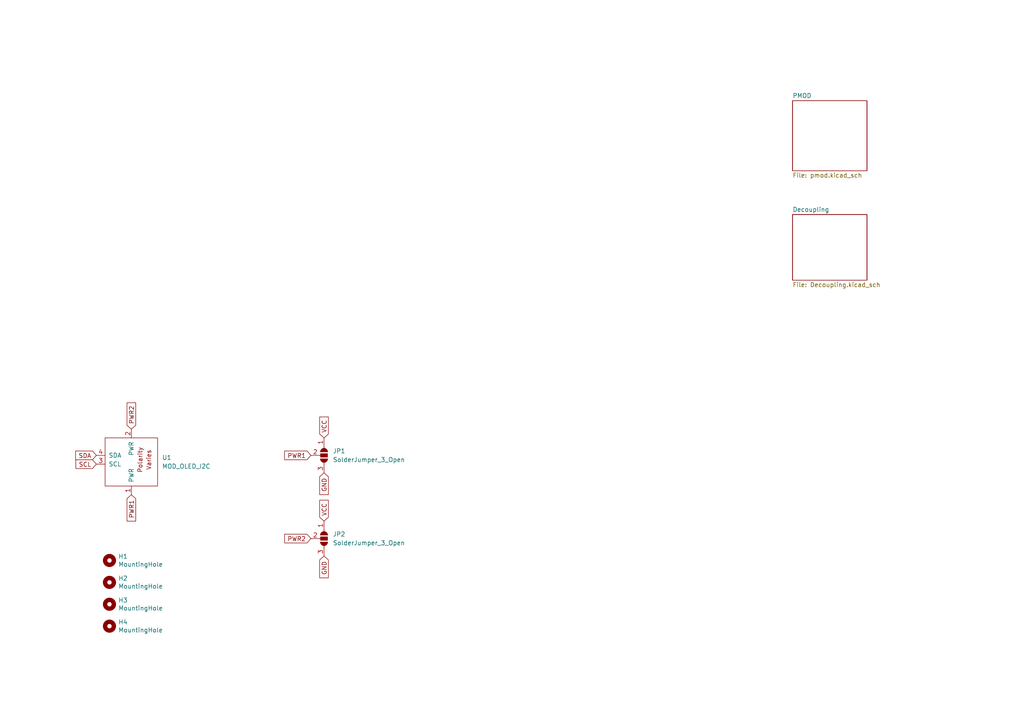
<source format=kicad_sch>
(kicad_sch (version 20230121) (generator eeschema)
  (paper "A4")
  (lib_symbols
    (symbol "AvS_Modules:MOD_OLED_I2C" (pin_names (offset 1.016))
      (property "Reference" "U" (at -6.35 -8.89 0))
      (property "Value" "MOD_OLED_I2C" (at 7.62 -8.89 0))
      (symbol "MOD_OLED_I2C_0_0"
        (text "Polarity" (at 2.54 0 900) (effects (font (size 1.27 1.27))))
        (text "Varies" (at 5.08 0 900) (effects (font (size 1.27 1.27))))
      )
      (symbol "MOD_OLED_I2C_0_1"
        (rectangle (start -7.62 6.35) (end 7.62 -7.62))
      )
      (symbol "MOD_OLED_I2C_1_1"
        (pin power_in line (at 0 -10.16 90) (length 2.54) (name "PWR") (number "1"))
        (pin power_in line (at 0 8.89 270) (length 2.54) (name "PWR") (number "2"))
        (pin bidirectional line (at -10.16 -1.27 0) (length 2.54) (name "SCL") (number "3"))
        (pin bidirectional line (at -10.16 1.27 0) (length 2.54) (name "SDA") (number "4"))
      )
    )
    (symbol "Jumper:SolderJumper_3_Open" (pin_names (offset 0) hide)
      (property "Reference" "JP" (at -2.54 -2.54 0))
      (property "Value" "SolderJumper_3_Open" (at 0 2.794 0))
      (symbol "SolderJumper_3_Open_0_1"
        (arc (start -1.016 1.016) (mid -2.0276 0) (end -1.016 -1.016))
        (arc (start -1.016 1.016) (mid -2.0276 0) (end -1.016 -1.016) (fill (type outline)))
        (rectangle (start -0.508 1.016) (end 0.508 -1.016) (fill (type outline)))
        (polyline (pts (xy -2.54 0) (xy -2.032 0)))
        (polyline (pts (xy -1.016 1.016) (xy -1.016 -1.016)))
        (polyline (pts (xy 0 -1.27) (xy 0 -1.016)))
        (polyline (pts (xy 1.016 1.016) (xy 1.016 -1.016)))
        (polyline (pts (xy 2.54 0) (xy 2.032 0)))
        (arc (start 1.016 -1.016) (mid 2.0276 0) (end 1.016 1.016))
        (arc (start 1.016 -1.016) (mid 2.0276 0) (end 1.016 1.016) (fill (type outline)))
      )
      (symbol "SolderJumper_3_Open_1_1"
        (pin passive line (at -5.08 0 0) (length 2.54) (name "A") (number "1"))
        (pin passive line (at 0 -3.81 90) (length 2.54) (name "C") (number "2"))
        (pin passive line (at 5.08 0 180) (length 2.54) (name "B") (number "3"))
      )
    )
    (symbol "Mechanical:MountingHole" (pin_names (offset 1.016))
      (property "Reference" "H" (at 0 5.08 0))
      (property "Value" "MountingHole" (at 0 3.175 0))
      (symbol "MountingHole_0_1"
        (circle (center 0 0) (radius 1.27) (stroke (width 1.27)))
      )
    )
  )
  (global_label "PWR1" (shape input) (at 90.17 132.08 180) (property "Intersheetrefs" "${INTERSHEET_REFS}" (effects hide)))
  (global_label "GND" (shape input) (at 93.98 161.29 270) (property "Intersheetrefs" "${INTERSHEET_REFS}" (effects hide)) (property "Intersheet-verwijzingen" "${INTERSHEET_REFS}" (effects hide)))
  (global_label "PWR2" (shape input) (at 90.17 156.21 180) (property "Intersheetrefs" "${INTERSHEET_REFS}" (effects hide)))
  (global_label "GND" (shape input) (at 93.98 137.16 270) (property "Intersheetrefs" "${INTERSHEET_REFS}" (effects hide)) (property "Intersheet-verwijzingen" "${INTERSHEET_REFS}" (effects hide)))
  (global_label "VCC" (shape input) (at 93.98 127 90) (property "Intersheetrefs" "${INTERSHEET_REFS}" (effects hide)) (property "Intersheet-verwijzingen" "${INTERSHEET_REFS}" (effects hide)))
  (global_label "VCC" (shape input) (at 93.98 151.13 90) (property "Intersheetrefs" "${INTERSHEET_REFS}" (effects hide)) (property "Intersheet-verwijzingen" "${INTERSHEET_REFS}" (effects hide)))
  (global_label "SDA" (shape input) (at 27.94 132.08 180) (property "Intersheetrefs" "${INTERSHEET_REFS}" (effects hide)) (property "Intersheet-verwijzingen" "${INTERSHEET_REFS}" (effects hide)))
  (global_label "SCL" (shape input) (at 27.94 134.62 180) (property "Intersheetrefs" "${INTERSHEET_REFS}" (effects hide)) (property "Intersheet-verwijzingen" "${INTERSHEET_REFS}" (effects hide)))
  (global_label "PWR2" (shape input) (at 38.1 124.46 90) (property "Intersheetrefs" "${INTERSHEET_REFS}" (effects hide)))
  (global_label "PWR1" (shape input) (at 38.1 143.51 270) (property "Intersheetrefs" "${INTERSHEET_REFS}" (effects hide)))
  (symbol (lib_id "Mechanical:MountingHole") (at 31.75 181.61 0) (unit 1)
    (property "Reference" "H4" (at 34.29 180.4416 0) (effects (justify left)))
    (property "Value" "MountingHole" (at 34.29 182.753 0) (effects (justify left)))
    (property "Footprint" "MountingHole:MountingHole_3.2mm_M3_Pad_Via" (effects hide))
  )
  (symbol (lib_id "Mechanical:MountingHole") (at 31.75 175.26 0) (unit 1)
    (property "Reference" "H3" (at 34.29 174.0916 0) (effects (justify left)))
    (property "Value" "MountingHole" (at 34.29 176.403 0) (effects (justify left)))
    (property "Footprint" "MountingHole:MountingHole_3.2mm_M3_Pad_Via" (effects hide))
  )
  (symbol (lib_id "Mechanical:MountingHole") (at 31.75 168.91 0) (unit 1)
    (property "Reference" "H2" (at 34.29 167.7416 0) (effects (justify left)))
    (property "Value" "MountingHole" (at 34.29 170.053 0) (effects (justify left)))
    (property "Footprint" "MountingHole:MountingHole_3.2mm_M3_Pad_Via" (effects hide))
  )
  (symbol (lib_id "Mechanical:MountingHole") (at 31.75 162.56 0) (unit 1)
    (property "Reference" "H1" (at 34.29 161.3916 0) (effects (justify left)))
    (property "Value" "MountingHole" (at 34.29 163.703 0) (effects (justify left)))
    (property "Footprint" "MountingHole:MountingHole_3.2mm_M3_Pad_Via" (effects hide))
  )
  (symbol (lib_id "AvS_Modules:MOD_OLED_I2C") (at 38.1 133.35 0) (unit 1)
    (property "Reference" "U1" (at 46.99 132.715 0) (effects (justify left)))
    (property "Value" "MOD_OLED_I2C" (at 46.99 135.255 0) (effects (justify left)))
    (property "Footprint" "AvS_Modules:MOD_OLED_I2C_128x64_1.3" (effects hide))
  )
  (symbol (lib_id "Jumper:SolderJumper_3_Open") (at 93.98 132.08 270) (unit 1)
    (property "Reference" "JP1" (at 96.52 130.81 90) (effects (justify left)))
    (property "Value" "SolderJumper_3_Open" (at 96.52 133.35 90) (effects (justify left)))
    (property "Footprint" "Jumper:SolderJumper-3_P1.3mm_Open_RoundedPad1.0x1.5mm" (effects hide))
  )
  (symbol (lib_id "Jumper:SolderJumper_3_Open") (at 93.98 156.21 270) (unit 1)
    (property "Reference" "JP2" (at 96.52 154.94 90) (effects (justify left)))
    (property "Value" "SolderJumper_3_Open" (at 96.52 157.48 90) (effects (justify left)))
    (property "Footprint" "Jumper:SolderJumper-3_P1.3mm_Open_RoundedPad1.0x1.5mm" (effects hide))
  )
  (sheet (at 229.87 29.21) (size 21.59 20.32)
    (property "Sheetname" "PMOD" (at 229.87 28.4984 0) (effects (justify left bottom)))
    (property "Sheetfile" "pmod.kicad_sch" (at 229.87 50.1146 0) (effects (justify left top)))
  )
  (sheet (at 229.87 62.23) (size 21.59 19.05)
    (property "Sheetname" "Decoupling" (at 229.87 61.5184 0) (effects (justify left bottom)))
    (property "Sheetfile" "Decoupling.kicad_sch" (at 229.87 81.8646 0) (effects (justify left top)))
  )
)
</source>
